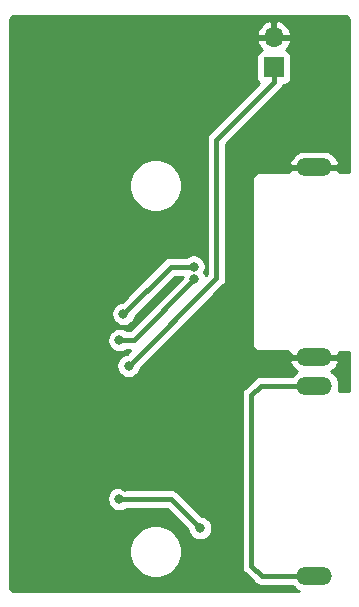
<source format=gbr>
G04 #@! TF.GenerationSoftware,KiCad,Pcbnew,(5.1.0)-1*
G04 #@! TF.CreationDate,2020-04-02T13:59:07+01:00*
G04 #@! TF.ProjectId,Camera Adapter,43616d65-7261-4204-9164-61707465722e,rev?*
G04 #@! TF.SameCoordinates,Original*
G04 #@! TF.FileFunction,Copper,L2,Bot*
G04 #@! TF.FilePolarity,Positive*
%FSLAX46Y46*%
G04 Gerber Fmt 4.6, Leading zero omitted, Abs format (unit mm)*
G04 Created by KiCad (PCBNEW (5.1.0)-1) date 2020-04-02 13:59:07*
%MOMM*%
%LPD*%
G04 APERTURE LIST*
%ADD10O,3.016000X1.508000*%
%ADD11R,1.700000X1.700000*%
%ADD12O,1.700000X1.700000*%
%ADD13C,0.800000*%
%ADD14C,0.400000*%
%ADD15C,0.254000*%
G04 APERTURE END LIST*
D10*
X73400000Y-57550000D03*
X73400000Y-41450000D03*
D11*
X70000000Y-33000000D03*
D12*
X70000000Y-30460000D03*
D10*
X73400000Y-59950000D03*
X73400000Y-76050000D03*
D13*
X57431000Y-68530300D03*
X57702400Y-58271000D03*
X63200000Y-49874500D03*
X57262500Y-53865200D03*
X63275300Y-50959000D03*
X56918400Y-56102600D03*
X63754800Y-72014900D03*
X56908800Y-69533300D03*
D14*
X68511000Y-57133300D02*
X57431000Y-68213300D01*
X57431000Y-68213300D02*
X57431000Y-68530300D01*
X68511000Y-57133300D02*
X71075000Y-57133300D01*
X71075000Y-57133300D02*
X71491700Y-57550000D01*
X73400000Y-41450000D02*
X68911700Y-41450000D01*
X68911700Y-41450000D02*
X68094400Y-42267300D01*
X68094400Y-42267300D02*
X68094400Y-56716700D01*
X68094400Y-56716700D02*
X68511000Y-57133300D01*
X73400000Y-57550000D02*
X71491700Y-57550000D01*
X70000000Y-34250300D02*
X65133300Y-39117000D01*
X65133300Y-39117000D02*
X65133300Y-50840100D01*
X65133300Y-50840100D02*
X57702400Y-58271000D01*
X70000000Y-33000000D02*
X70000000Y-34250300D01*
X57262500Y-53865200D02*
X61253200Y-49874500D01*
X61253200Y-49874500D02*
X63200000Y-49874500D01*
X56918400Y-56102600D02*
X58131700Y-56102600D01*
X58131700Y-56102600D02*
X63275300Y-50959000D01*
X63754800Y-72014900D02*
X61273200Y-69533300D01*
X61273200Y-69533300D02*
X56908800Y-69533300D01*
X73400000Y-76050000D02*
X68949900Y-76050000D01*
X68949900Y-76050000D02*
X68097300Y-75197400D01*
X68097300Y-75197400D02*
X68097300Y-60764900D01*
X68097300Y-60764900D02*
X68912200Y-59950000D01*
X68912200Y-59950000D02*
X73400000Y-59950000D01*
D15*
G36*
X76065424Y-28669580D02*
G01*
X76128356Y-28688580D01*
X76186405Y-28719445D01*
X76237343Y-28760989D01*
X76279248Y-28811644D01*
X76310515Y-28869471D01*
X76329956Y-28932272D01*
X76340001Y-29027845D01*
X76340001Y-41864500D01*
X75485750Y-41864500D01*
X75485870Y-41864215D01*
X75500286Y-41791814D01*
X75377677Y-41577000D01*
X73527000Y-41577000D01*
X73527000Y-41597000D01*
X73273000Y-41597000D01*
X73273000Y-41577000D01*
X71422323Y-41577000D01*
X71299714Y-41791814D01*
X71314130Y-41864215D01*
X71314250Y-41864500D01*
X68531211Y-41864500D01*
X68500000Y-41861426D01*
X68468789Y-41864500D01*
X68375420Y-41873696D01*
X68255628Y-41910035D01*
X68145227Y-41969045D01*
X68048460Y-42048460D01*
X67969045Y-42145227D01*
X67910035Y-42255628D01*
X67873696Y-42375420D01*
X67861426Y-42500000D01*
X67864501Y-42531221D01*
X67864500Y-56468789D01*
X67861426Y-56500000D01*
X67873696Y-56624580D01*
X67910035Y-56744372D01*
X67969045Y-56854773D01*
X68011527Y-56906537D01*
X68048460Y-56951540D01*
X68145227Y-57030955D01*
X68255628Y-57089965D01*
X68375420Y-57126304D01*
X68500000Y-57138574D01*
X68531211Y-57135500D01*
X71314250Y-57135500D01*
X71314130Y-57135785D01*
X71299714Y-57208186D01*
X71422323Y-57423000D01*
X73273000Y-57423000D01*
X73273000Y-57403000D01*
X73527000Y-57403000D01*
X73527000Y-57423000D01*
X75377677Y-57423000D01*
X75500286Y-57208186D01*
X75485870Y-57135785D01*
X75485750Y-57135500D01*
X76340000Y-57135500D01*
X76340000Y-60364500D01*
X75479763Y-60364500D01*
X75522902Y-60222291D01*
X75549720Y-59950000D01*
X75522902Y-59677709D01*
X75443477Y-59415881D01*
X75314499Y-59174580D01*
X75140923Y-58963077D01*
X74929420Y-58789501D01*
X74855541Y-58750012D01*
X75031284Y-58634354D01*
X75225974Y-58442369D01*
X75379469Y-58216091D01*
X75485870Y-57964215D01*
X75500286Y-57891814D01*
X75377677Y-57677000D01*
X73527000Y-57677000D01*
X73527000Y-57697000D01*
X73273000Y-57697000D01*
X73273000Y-57677000D01*
X71422323Y-57677000D01*
X71299714Y-57891814D01*
X71314130Y-57964215D01*
X71420531Y-58216091D01*
X71574026Y-58442369D01*
X71768716Y-58634354D01*
X71944459Y-58750012D01*
X71870580Y-58789501D01*
X71659077Y-58963077D01*
X71534397Y-59115000D01*
X68953218Y-59115000D01*
X68912200Y-59110960D01*
X68871182Y-59115000D01*
X68871181Y-59115000D01*
X68748511Y-59127082D01*
X68591113Y-59174828D01*
X68446054Y-59252364D01*
X68318909Y-59356709D01*
X68292763Y-59388568D01*
X67535874Y-60145459D01*
X67504010Y-60171609D01*
X67423207Y-60270068D01*
X67399664Y-60298755D01*
X67322128Y-60443814D01*
X67274382Y-60601212D01*
X67258260Y-60764900D01*
X67262301Y-60805929D01*
X67262300Y-75156381D01*
X67258260Y-75197400D01*
X67262300Y-75238418D01*
X67274382Y-75361088D01*
X67322128Y-75518486D01*
X67399664Y-75663545D01*
X67504009Y-75790691D01*
X67535879Y-75816846D01*
X68330458Y-76611426D01*
X68356609Y-76643291D01*
X68483754Y-76747636D01*
X68628813Y-76825172D01*
X68786211Y-76872918D01*
X68908881Y-76885000D01*
X68908891Y-76885000D01*
X68949899Y-76889039D01*
X68990907Y-76885000D01*
X71534397Y-76885000D01*
X71659077Y-77036923D01*
X71870580Y-77210499D01*
X72111881Y-77339477D01*
X72113605Y-77340000D01*
X48032279Y-77340000D01*
X47934576Y-77330420D01*
X47871643Y-77311420D01*
X47813594Y-77280554D01*
X47762657Y-77239011D01*
X47720752Y-77188356D01*
X47689485Y-77130529D01*
X47670044Y-77067728D01*
X47660000Y-76972165D01*
X47660000Y-73779872D01*
X57765000Y-73779872D01*
X57765000Y-74220128D01*
X57850890Y-74651925D01*
X58019369Y-75058669D01*
X58263962Y-75424729D01*
X58575271Y-75736038D01*
X58941331Y-75980631D01*
X59348075Y-76149110D01*
X59779872Y-76235000D01*
X60220128Y-76235000D01*
X60651925Y-76149110D01*
X61058669Y-75980631D01*
X61424729Y-75736038D01*
X61736038Y-75424729D01*
X61980631Y-75058669D01*
X62149110Y-74651925D01*
X62235000Y-74220128D01*
X62235000Y-73779872D01*
X62149110Y-73348075D01*
X61980631Y-72941331D01*
X61736038Y-72575271D01*
X61424729Y-72263962D01*
X61058669Y-72019369D01*
X60651925Y-71850890D01*
X60220128Y-71765000D01*
X59779872Y-71765000D01*
X59348075Y-71850890D01*
X58941331Y-72019369D01*
X58575271Y-72263962D01*
X58263962Y-72575271D01*
X58019369Y-72941331D01*
X57850890Y-73348075D01*
X57765000Y-73779872D01*
X47660000Y-73779872D01*
X47660000Y-69431361D01*
X55873800Y-69431361D01*
X55873800Y-69635239D01*
X55913574Y-69835198D01*
X55991595Y-70023556D01*
X56104863Y-70193074D01*
X56249026Y-70337237D01*
X56418544Y-70450505D01*
X56606902Y-70528526D01*
X56806861Y-70568300D01*
X57010739Y-70568300D01*
X57210698Y-70528526D01*
X57399056Y-70450505D01*
X57522085Y-70368300D01*
X60927333Y-70368300D01*
X62730708Y-72171675D01*
X62759574Y-72316798D01*
X62837595Y-72505156D01*
X62950863Y-72674674D01*
X63095026Y-72818837D01*
X63264544Y-72932105D01*
X63452902Y-73010126D01*
X63652861Y-73049900D01*
X63856739Y-73049900D01*
X64056698Y-73010126D01*
X64245056Y-72932105D01*
X64414574Y-72818837D01*
X64558737Y-72674674D01*
X64672005Y-72505156D01*
X64750026Y-72316798D01*
X64789800Y-72116839D01*
X64789800Y-71912961D01*
X64750026Y-71713002D01*
X64672005Y-71524644D01*
X64558737Y-71355126D01*
X64414574Y-71210963D01*
X64245056Y-71097695D01*
X64056698Y-71019674D01*
X63911575Y-70990808D01*
X61892646Y-68971879D01*
X61866491Y-68940009D01*
X61739346Y-68835664D01*
X61594287Y-68758128D01*
X61436889Y-68710382D01*
X61314219Y-68698300D01*
X61314218Y-68698300D01*
X61273200Y-68694260D01*
X61232182Y-68698300D01*
X57522085Y-68698300D01*
X57399056Y-68616095D01*
X57210698Y-68538074D01*
X57010739Y-68498300D01*
X56806861Y-68498300D01*
X56606902Y-68538074D01*
X56418544Y-68616095D01*
X56249026Y-68729363D01*
X56104863Y-68873526D01*
X55991595Y-69043044D01*
X55913574Y-69231402D01*
X55873800Y-69431361D01*
X47660000Y-69431361D01*
X47660000Y-56000661D01*
X55883400Y-56000661D01*
X55883400Y-56204539D01*
X55923174Y-56404498D01*
X56001195Y-56592856D01*
X56114463Y-56762374D01*
X56258626Y-56906537D01*
X56428144Y-57019805D01*
X56616502Y-57097826D01*
X56816461Y-57137600D01*
X57020339Y-57137600D01*
X57220298Y-57097826D01*
X57408656Y-57019805D01*
X57531685Y-56937600D01*
X57854933Y-56937600D01*
X57545626Y-57246907D01*
X57400502Y-57275774D01*
X57212144Y-57353795D01*
X57042626Y-57467063D01*
X56898463Y-57611226D01*
X56785195Y-57780744D01*
X56707174Y-57969102D01*
X56667400Y-58169061D01*
X56667400Y-58372939D01*
X56707174Y-58572898D01*
X56785195Y-58761256D01*
X56898463Y-58930774D01*
X57042626Y-59074937D01*
X57212144Y-59188205D01*
X57400502Y-59266226D01*
X57600461Y-59306000D01*
X57804339Y-59306000D01*
X58004298Y-59266226D01*
X58192656Y-59188205D01*
X58362174Y-59074937D01*
X58506337Y-58930774D01*
X58619605Y-58761256D01*
X58697626Y-58572898D01*
X58726493Y-58427774D01*
X65694732Y-51459537D01*
X65726591Y-51433391D01*
X65830936Y-51306246D01*
X65908472Y-51161187D01*
X65956218Y-51003789D01*
X65968300Y-50881119D01*
X65968300Y-50881118D01*
X65972340Y-50840100D01*
X65968300Y-50799082D01*
X65968300Y-41108186D01*
X71299714Y-41108186D01*
X71422323Y-41323000D01*
X73273000Y-41323000D01*
X73273000Y-41303000D01*
X73527000Y-41303000D01*
X73527000Y-41323000D01*
X75377677Y-41323000D01*
X75500286Y-41108186D01*
X75485870Y-41035785D01*
X75379469Y-40783909D01*
X75225974Y-40557631D01*
X75031284Y-40365646D01*
X74802880Y-40215332D01*
X74549540Y-40112466D01*
X74281000Y-40061000D01*
X72519000Y-40061000D01*
X72250460Y-40112466D01*
X71997120Y-40215332D01*
X71768716Y-40365646D01*
X71574026Y-40557631D01*
X71420531Y-40783909D01*
X71314130Y-41035785D01*
X71299714Y-41108186D01*
X65968300Y-41108186D01*
X65968300Y-39462867D01*
X70561427Y-34869741D01*
X70593291Y-34843591D01*
X70697636Y-34716446D01*
X70775172Y-34571387D01*
X70800445Y-34488072D01*
X70850000Y-34488072D01*
X70974482Y-34475812D01*
X71094180Y-34439502D01*
X71204494Y-34380537D01*
X71301185Y-34301185D01*
X71380537Y-34204494D01*
X71439502Y-34094180D01*
X71475812Y-33974482D01*
X71488072Y-33850000D01*
X71488072Y-32150000D01*
X71475812Y-32025518D01*
X71439502Y-31905820D01*
X71380537Y-31795506D01*
X71301185Y-31698815D01*
X71204494Y-31619463D01*
X71094180Y-31560498D01*
X71013534Y-31536034D01*
X71097588Y-31460269D01*
X71271641Y-31226920D01*
X71396825Y-30964099D01*
X71441476Y-30816890D01*
X71320155Y-30587000D01*
X70127000Y-30587000D01*
X70127000Y-30607000D01*
X69873000Y-30607000D01*
X69873000Y-30587000D01*
X68679845Y-30587000D01*
X68558524Y-30816890D01*
X68603175Y-30964099D01*
X68728359Y-31226920D01*
X68902412Y-31460269D01*
X68986466Y-31536034D01*
X68905820Y-31560498D01*
X68795506Y-31619463D01*
X68698815Y-31698815D01*
X68619463Y-31795506D01*
X68560498Y-31905820D01*
X68524188Y-32025518D01*
X68511928Y-32150000D01*
X68511928Y-33850000D01*
X68524188Y-33974482D01*
X68560498Y-34094180D01*
X68619463Y-34204494D01*
X68698815Y-34301185D01*
X68736950Y-34332482D01*
X64571879Y-38497554D01*
X64540009Y-38523709D01*
X64435665Y-38650854D01*
X64435664Y-38650855D01*
X64358128Y-38795914D01*
X64310382Y-38953312D01*
X64294260Y-39117000D01*
X64298300Y-39158019D01*
X64298301Y-50494230D01*
X64230957Y-50561574D01*
X64192505Y-50468744D01*
X64119431Y-50359381D01*
X64195226Y-50176398D01*
X64235000Y-49976439D01*
X64235000Y-49772561D01*
X64195226Y-49572602D01*
X64117205Y-49384244D01*
X64003937Y-49214726D01*
X63859774Y-49070563D01*
X63690256Y-48957295D01*
X63501898Y-48879274D01*
X63301939Y-48839500D01*
X63098061Y-48839500D01*
X62898102Y-48879274D01*
X62709744Y-48957295D01*
X62586715Y-49039500D01*
X61294218Y-49039500D01*
X61253199Y-49035460D01*
X61212181Y-49039500D01*
X61089511Y-49051582D01*
X60932113Y-49099328D01*
X60787054Y-49176864D01*
X60659909Y-49281209D01*
X60633759Y-49313073D01*
X57105726Y-52841107D01*
X56960602Y-52869974D01*
X56772244Y-52947995D01*
X56602726Y-53061263D01*
X56458563Y-53205426D01*
X56345295Y-53374944D01*
X56267274Y-53563302D01*
X56227500Y-53763261D01*
X56227500Y-53967139D01*
X56267274Y-54167098D01*
X56345295Y-54355456D01*
X56458563Y-54524974D01*
X56602726Y-54669137D01*
X56772244Y-54782405D01*
X56960602Y-54860426D01*
X57160561Y-54900200D01*
X57364439Y-54900200D01*
X57564398Y-54860426D01*
X57752756Y-54782405D01*
X57922274Y-54669137D01*
X58066437Y-54524974D01*
X58179705Y-54355456D01*
X58257726Y-54167098D01*
X58286593Y-54021974D01*
X61599068Y-50709500D01*
X62269651Y-50709500D01*
X62251208Y-50802223D01*
X57785833Y-55267600D01*
X57531685Y-55267600D01*
X57408656Y-55185395D01*
X57220298Y-55107374D01*
X57020339Y-55067600D01*
X56816461Y-55067600D01*
X56616502Y-55107374D01*
X56428144Y-55185395D01*
X56258626Y-55298663D01*
X56114463Y-55442826D01*
X56001195Y-55612344D01*
X55923174Y-55800702D01*
X55883400Y-56000661D01*
X47660000Y-56000661D01*
X47660000Y-42779872D01*
X57765000Y-42779872D01*
X57765000Y-43220128D01*
X57850890Y-43651925D01*
X58019369Y-44058669D01*
X58263962Y-44424729D01*
X58575271Y-44736038D01*
X58941331Y-44980631D01*
X59348075Y-45149110D01*
X59779872Y-45235000D01*
X60220128Y-45235000D01*
X60651925Y-45149110D01*
X61058669Y-44980631D01*
X61424729Y-44736038D01*
X61736038Y-44424729D01*
X61980631Y-44058669D01*
X62149110Y-43651925D01*
X62235000Y-43220128D01*
X62235000Y-42779872D01*
X62149110Y-42348075D01*
X61980631Y-41941331D01*
X61736038Y-41575271D01*
X61424729Y-41263962D01*
X61058669Y-41019369D01*
X60651925Y-40850890D01*
X60220128Y-40765000D01*
X59779872Y-40765000D01*
X59348075Y-40850890D01*
X58941331Y-41019369D01*
X58575271Y-41263962D01*
X58263962Y-41575271D01*
X58019369Y-41941331D01*
X57850890Y-42348075D01*
X57765000Y-42779872D01*
X47660000Y-42779872D01*
X47660000Y-30103110D01*
X68558524Y-30103110D01*
X68679845Y-30333000D01*
X69873000Y-30333000D01*
X69873000Y-29139186D01*
X70127000Y-29139186D01*
X70127000Y-30333000D01*
X71320155Y-30333000D01*
X71441476Y-30103110D01*
X71396825Y-29955901D01*
X71271641Y-29693080D01*
X71097588Y-29459731D01*
X70881355Y-29264822D01*
X70631252Y-29115843D01*
X70356891Y-29018519D01*
X70127000Y-29139186D01*
X69873000Y-29139186D01*
X69643109Y-29018519D01*
X69368748Y-29115843D01*
X69118645Y-29264822D01*
X68902412Y-29459731D01*
X68728359Y-29693080D01*
X68603175Y-29955901D01*
X68558524Y-30103110D01*
X47660000Y-30103110D01*
X47660000Y-29032279D01*
X47669580Y-28934576D01*
X47688580Y-28871644D01*
X47719445Y-28813595D01*
X47760989Y-28762657D01*
X47811644Y-28720752D01*
X47869471Y-28689485D01*
X47932272Y-28670044D01*
X48027835Y-28660000D01*
X75967721Y-28660000D01*
X76065424Y-28669580D01*
X76065424Y-28669580D01*
G37*
X76065424Y-28669580D02*
X76128356Y-28688580D01*
X76186405Y-28719445D01*
X76237343Y-28760989D01*
X76279248Y-28811644D01*
X76310515Y-28869471D01*
X76329956Y-28932272D01*
X76340001Y-29027845D01*
X76340001Y-41864500D01*
X75485750Y-41864500D01*
X75485870Y-41864215D01*
X75500286Y-41791814D01*
X75377677Y-41577000D01*
X73527000Y-41577000D01*
X73527000Y-41597000D01*
X73273000Y-41597000D01*
X73273000Y-41577000D01*
X71422323Y-41577000D01*
X71299714Y-41791814D01*
X71314130Y-41864215D01*
X71314250Y-41864500D01*
X68531211Y-41864500D01*
X68500000Y-41861426D01*
X68468789Y-41864500D01*
X68375420Y-41873696D01*
X68255628Y-41910035D01*
X68145227Y-41969045D01*
X68048460Y-42048460D01*
X67969045Y-42145227D01*
X67910035Y-42255628D01*
X67873696Y-42375420D01*
X67861426Y-42500000D01*
X67864501Y-42531221D01*
X67864500Y-56468789D01*
X67861426Y-56500000D01*
X67873696Y-56624580D01*
X67910035Y-56744372D01*
X67969045Y-56854773D01*
X68011527Y-56906537D01*
X68048460Y-56951540D01*
X68145227Y-57030955D01*
X68255628Y-57089965D01*
X68375420Y-57126304D01*
X68500000Y-57138574D01*
X68531211Y-57135500D01*
X71314250Y-57135500D01*
X71314130Y-57135785D01*
X71299714Y-57208186D01*
X71422323Y-57423000D01*
X73273000Y-57423000D01*
X73273000Y-57403000D01*
X73527000Y-57403000D01*
X73527000Y-57423000D01*
X75377677Y-57423000D01*
X75500286Y-57208186D01*
X75485870Y-57135785D01*
X75485750Y-57135500D01*
X76340000Y-57135500D01*
X76340000Y-60364500D01*
X75479763Y-60364500D01*
X75522902Y-60222291D01*
X75549720Y-59950000D01*
X75522902Y-59677709D01*
X75443477Y-59415881D01*
X75314499Y-59174580D01*
X75140923Y-58963077D01*
X74929420Y-58789501D01*
X74855541Y-58750012D01*
X75031284Y-58634354D01*
X75225974Y-58442369D01*
X75379469Y-58216091D01*
X75485870Y-57964215D01*
X75500286Y-57891814D01*
X75377677Y-57677000D01*
X73527000Y-57677000D01*
X73527000Y-57697000D01*
X73273000Y-57697000D01*
X73273000Y-57677000D01*
X71422323Y-57677000D01*
X71299714Y-57891814D01*
X71314130Y-57964215D01*
X71420531Y-58216091D01*
X71574026Y-58442369D01*
X71768716Y-58634354D01*
X71944459Y-58750012D01*
X71870580Y-58789501D01*
X71659077Y-58963077D01*
X71534397Y-59115000D01*
X68953218Y-59115000D01*
X68912200Y-59110960D01*
X68871182Y-59115000D01*
X68871181Y-59115000D01*
X68748511Y-59127082D01*
X68591113Y-59174828D01*
X68446054Y-59252364D01*
X68318909Y-59356709D01*
X68292763Y-59388568D01*
X67535874Y-60145459D01*
X67504010Y-60171609D01*
X67423207Y-60270068D01*
X67399664Y-60298755D01*
X67322128Y-60443814D01*
X67274382Y-60601212D01*
X67258260Y-60764900D01*
X67262301Y-60805929D01*
X67262300Y-75156381D01*
X67258260Y-75197400D01*
X67262300Y-75238418D01*
X67274382Y-75361088D01*
X67322128Y-75518486D01*
X67399664Y-75663545D01*
X67504009Y-75790691D01*
X67535879Y-75816846D01*
X68330458Y-76611426D01*
X68356609Y-76643291D01*
X68483754Y-76747636D01*
X68628813Y-76825172D01*
X68786211Y-76872918D01*
X68908881Y-76885000D01*
X68908891Y-76885000D01*
X68949899Y-76889039D01*
X68990907Y-76885000D01*
X71534397Y-76885000D01*
X71659077Y-77036923D01*
X71870580Y-77210499D01*
X72111881Y-77339477D01*
X72113605Y-77340000D01*
X48032279Y-77340000D01*
X47934576Y-77330420D01*
X47871643Y-77311420D01*
X47813594Y-77280554D01*
X47762657Y-77239011D01*
X47720752Y-77188356D01*
X47689485Y-77130529D01*
X47670044Y-77067728D01*
X47660000Y-76972165D01*
X47660000Y-73779872D01*
X57765000Y-73779872D01*
X57765000Y-74220128D01*
X57850890Y-74651925D01*
X58019369Y-75058669D01*
X58263962Y-75424729D01*
X58575271Y-75736038D01*
X58941331Y-75980631D01*
X59348075Y-76149110D01*
X59779872Y-76235000D01*
X60220128Y-76235000D01*
X60651925Y-76149110D01*
X61058669Y-75980631D01*
X61424729Y-75736038D01*
X61736038Y-75424729D01*
X61980631Y-75058669D01*
X62149110Y-74651925D01*
X62235000Y-74220128D01*
X62235000Y-73779872D01*
X62149110Y-73348075D01*
X61980631Y-72941331D01*
X61736038Y-72575271D01*
X61424729Y-72263962D01*
X61058669Y-72019369D01*
X60651925Y-71850890D01*
X60220128Y-71765000D01*
X59779872Y-71765000D01*
X59348075Y-71850890D01*
X58941331Y-72019369D01*
X58575271Y-72263962D01*
X58263962Y-72575271D01*
X58019369Y-72941331D01*
X57850890Y-73348075D01*
X57765000Y-73779872D01*
X47660000Y-73779872D01*
X47660000Y-69431361D01*
X55873800Y-69431361D01*
X55873800Y-69635239D01*
X55913574Y-69835198D01*
X55991595Y-70023556D01*
X56104863Y-70193074D01*
X56249026Y-70337237D01*
X56418544Y-70450505D01*
X56606902Y-70528526D01*
X56806861Y-70568300D01*
X57010739Y-70568300D01*
X57210698Y-70528526D01*
X57399056Y-70450505D01*
X57522085Y-70368300D01*
X60927333Y-70368300D01*
X62730708Y-72171675D01*
X62759574Y-72316798D01*
X62837595Y-72505156D01*
X62950863Y-72674674D01*
X63095026Y-72818837D01*
X63264544Y-72932105D01*
X63452902Y-73010126D01*
X63652861Y-73049900D01*
X63856739Y-73049900D01*
X64056698Y-73010126D01*
X64245056Y-72932105D01*
X64414574Y-72818837D01*
X64558737Y-72674674D01*
X64672005Y-72505156D01*
X64750026Y-72316798D01*
X64789800Y-72116839D01*
X64789800Y-71912961D01*
X64750026Y-71713002D01*
X64672005Y-71524644D01*
X64558737Y-71355126D01*
X64414574Y-71210963D01*
X64245056Y-71097695D01*
X64056698Y-71019674D01*
X63911575Y-70990808D01*
X61892646Y-68971879D01*
X61866491Y-68940009D01*
X61739346Y-68835664D01*
X61594287Y-68758128D01*
X61436889Y-68710382D01*
X61314219Y-68698300D01*
X61314218Y-68698300D01*
X61273200Y-68694260D01*
X61232182Y-68698300D01*
X57522085Y-68698300D01*
X57399056Y-68616095D01*
X57210698Y-68538074D01*
X57010739Y-68498300D01*
X56806861Y-68498300D01*
X56606902Y-68538074D01*
X56418544Y-68616095D01*
X56249026Y-68729363D01*
X56104863Y-68873526D01*
X55991595Y-69043044D01*
X55913574Y-69231402D01*
X55873800Y-69431361D01*
X47660000Y-69431361D01*
X47660000Y-56000661D01*
X55883400Y-56000661D01*
X55883400Y-56204539D01*
X55923174Y-56404498D01*
X56001195Y-56592856D01*
X56114463Y-56762374D01*
X56258626Y-56906537D01*
X56428144Y-57019805D01*
X56616502Y-57097826D01*
X56816461Y-57137600D01*
X57020339Y-57137600D01*
X57220298Y-57097826D01*
X57408656Y-57019805D01*
X57531685Y-56937600D01*
X57854933Y-56937600D01*
X57545626Y-57246907D01*
X57400502Y-57275774D01*
X57212144Y-57353795D01*
X57042626Y-57467063D01*
X56898463Y-57611226D01*
X56785195Y-57780744D01*
X56707174Y-57969102D01*
X56667400Y-58169061D01*
X56667400Y-58372939D01*
X56707174Y-58572898D01*
X56785195Y-58761256D01*
X56898463Y-58930774D01*
X57042626Y-59074937D01*
X57212144Y-59188205D01*
X57400502Y-59266226D01*
X57600461Y-59306000D01*
X57804339Y-59306000D01*
X58004298Y-59266226D01*
X58192656Y-59188205D01*
X58362174Y-59074937D01*
X58506337Y-58930774D01*
X58619605Y-58761256D01*
X58697626Y-58572898D01*
X58726493Y-58427774D01*
X65694732Y-51459537D01*
X65726591Y-51433391D01*
X65830936Y-51306246D01*
X65908472Y-51161187D01*
X65956218Y-51003789D01*
X65968300Y-50881119D01*
X65968300Y-50881118D01*
X65972340Y-50840100D01*
X65968300Y-50799082D01*
X65968300Y-41108186D01*
X71299714Y-41108186D01*
X71422323Y-41323000D01*
X73273000Y-41323000D01*
X73273000Y-41303000D01*
X73527000Y-41303000D01*
X73527000Y-41323000D01*
X75377677Y-41323000D01*
X75500286Y-41108186D01*
X75485870Y-41035785D01*
X75379469Y-40783909D01*
X75225974Y-40557631D01*
X75031284Y-40365646D01*
X74802880Y-40215332D01*
X74549540Y-40112466D01*
X74281000Y-40061000D01*
X72519000Y-40061000D01*
X72250460Y-40112466D01*
X71997120Y-40215332D01*
X71768716Y-40365646D01*
X71574026Y-40557631D01*
X71420531Y-40783909D01*
X71314130Y-41035785D01*
X71299714Y-41108186D01*
X65968300Y-41108186D01*
X65968300Y-39462867D01*
X70561427Y-34869741D01*
X70593291Y-34843591D01*
X70697636Y-34716446D01*
X70775172Y-34571387D01*
X70800445Y-34488072D01*
X70850000Y-34488072D01*
X70974482Y-34475812D01*
X71094180Y-34439502D01*
X71204494Y-34380537D01*
X71301185Y-34301185D01*
X71380537Y-34204494D01*
X71439502Y-34094180D01*
X71475812Y-33974482D01*
X71488072Y-33850000D01*
X71488072Y-32150000D01*
X71475812Y-32025518D01*
X71439502Y-31905820D01*
X71380537Y-31795506D01*
X71301185Y-31698815D01*
X71204494Y-31619463D01*
X71094180Y-31560498D01*
X71013534Y-31536034D01*
X71097588Y-31460269D01*
X71271641Y-31226920D01*
X71396825Y-30964099D01*
X71441476Y-30816890D01*
X71320155Y-30587000D01*
X70127000Y-30587000D01*
X70127000Y-30607000D01*
X69873000Y-30607000D01*
X69873000Y-30587000D01*
X68679845Y-30587000D01*
X68558524Y-30816890D01*
X68603175Y-30964099D01*
X68728359Y-31226920D01*
X68902412Y-31460269D01*
X68986466Y-31536034D01*
X68905820Y-31560498D01*
X68795506Y-31619463D01*
X68698815Y-31698815D01*
X68619463Y-31795506D01*
X68560498Y-31905820D01*
X68524188Y-32025518D01*
X68511928Y-32150000D01*
X68511928Y-33850000D01*
X68524188Y-33974482D01*
X68560498Y-34094180D01*
X68619463Y-34204494D01*
X68698815Y-34301185D01*
X68736950Y-34332482D01*
X64571879Y-38497554D01*
X64540009Y-38523709D01*
X64435665Y-38650854D01*
X64435664Y-38650855D01*
X64358128Y-38795914D01*
X64310382Y-38953312D01*
X64294260Y-39117000D01*
X64298300Y-39158019D01*
X64298301Y-50494230D01*
X64230957Y-50561574D01*
X64192505Y-50468744D01*
X64119431Y-50359381D01*
X64195226Y-50176398D01*
X64235000Y-49976439D01*
X64235000Y-49772561D01*
X64195226Y-49572602D01*
X64117205Y-49384244D01*
X64003937Y-49214726D01*
X63859774Y-49070563D01*
X63690256Y-48957295D01*
X63501898Y-48879274D01*
X63301939Y-48839500D01*
X63098061Y-48839500D01*
X62898102Y-48879274D01*
X62709744Y-48957295D01*
X62586715Y-49039500D01*
X61294218Y-49039500D01*
X61253199Y-49035460D01*
X61212181Y-49039500D01*
X61089511Y-49051582D01*
X60932113Y-49099328D01*
X60787054Y-49176864D01*
X60659909Y-49281209D01*
X60633759Y-49313073D01*
X57105726Y-52841107D01*
X56960602Y-52869974D01*
X56772244Y-52947995D01*
X56602726Y-53061263D01*
X56458563Y-53205426D01*
X56345295Y-53374944D01*
X56267274Y-53563302D01*
X56227500Y-53763261D01*
X56227500Y-53967139D01*
X56267274Y-54167098D01*
X56345295Y-54355456D01*
X56458563Y-54524974D01*
X56602726Y-54669137D01*
X56772244Y-54782405D01*
X56960602Y-54860426D01*
X57160561Y-54900200D01*
X57364439Y-54900200D01*
X57564398Y-54860426D01*
X57752756Y-54782405D01*
X57922274Y-54669137D01*
X58066437Y-54524974D01*
X58179705Y-54355456D01*
X58257726Y-54167098D01*
X58286593Y-54021974D01*
X61599068Y-50709500D01*
X62269651Y-50709500D01*
X62251208Y-50802223D01*
X57785833Y-55267600D01*
X57531685Y-55267600D01*
X57408656Y-55185395D01*
X57220298Y-55107374D01*
X57020339Y-55067600D01*
X56816461Y-55067600D01*
X56616502Y-55107374D01*
X56428144Y-55185395D01*
X56258626Y-55298663D01*
X56114463Y-55442826D01*
X56001195Y-55612344D01*
X55923174Y-55800702D01*
X55883400Y-56000661D01*
X47660000Y-56000661D01*
X47660000Y-42779872D01*
X57765000Y-42779872D01*
X57765000Y-43220128D01*
X57850890Y-43651925D01*
X58019369Y-44058669D01*
X58263962Y-44424729D01*
X58575271Y-44736038D01*
X58941331Y-44980631D01*
X59348075Y-45149110D01*
X59779872Y-45235000D01*
X60220128Y-45235000D01*
X60651925Y-45149110D01*
X61058669Y-44980631D01*
X61424729Y-44736038D01*
X61736038Y-44424729D01*
X61980631Y-44058669D01*
X62149110Y-43651925D01*
X62235000Y-43220128D01*
X62235000Y-42779872D01*
X62149110Y-42348075D01*
X61980631Y-41941331D01*
X61736038Y-41575271D01*
X61424729Y-41263962D01*
X61058669Y-41019369D01*
X60651925Y-40850890D01*
X60220128Y-40765000D01*
X59779872Y-40765000D01*
X59348075Y-40850890D01*
X58941331Y-41019369D01*
X58575271Y-41263962D01*
X58263962Y-41575271D01*
X58019369Y-41941331D01*
X57850890Y-42348075D01*
X57765000Y-42779872D01*
X47660000Y-42779872D01*
X47660000Y-30103110D01*
X68558524Y-30103110D01*
X68679845Y-30333000D01*
X69873000Y-30333000D01*
X69873000Y-29139186D01*
X70127000Y-29139186D01*
X70127000Y-30333000D01*
X71320155Y-30333000D01*
X71441476Y-30103110D01*
X71396825Y-29955901D01*
X71271641Y-29693080D01*
X71097588Y-29459731D01*
X70881355Y-29264822D01*
X70631252Y-29115843D01*
X70356891Y-29018519D01*
X70127000Y-29139186D01*
X69873000Y-29139186D01*
X69643109Y-29018519D01*
X69368748Y-29115843D01*
X69118645Y-29264822D01*
X68902412Y-29459731D01*
X68728359Y-29693080D01*
X68603175Y-29955901D01*
X68558524Y-30103110D01*
X47660000Y-30103110D01*
X47660000Y-29032279D01*
X47669580Y-28934576D01*
X47688580Y-28871644D01*
X47719445Y-28813595D01*
X47760989Y-28762657D01*
X47811644Y-28720752D01*
X47869471Y-28689485D01*
X47932272Y-28670044D01*
X48027835Y-28660000D01*
X75967721Y-28660000D01*
X76065424Y-28669580D01*
M02*

</source>
